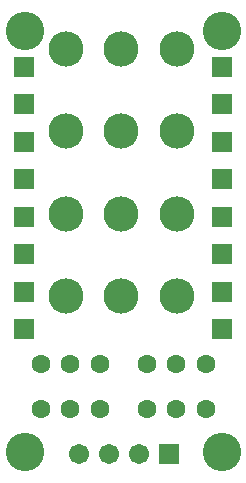
<source format=gbs>
G04*
G04 #@! TF.GenerationSoftware,Altium Limited,Altium Designer,23.0.1 (38)*
G04*
G04 Layer_Color=16711935*
%FSLAX44Y44*%
%MOMM*%
G71*
G04*
G04 #@! TF.SameCoordinates,7A5085C4-4797-47AF-811B-807956FF0137*
G04*
G04*
G04 #@! TF.FilePolarity,Negative*
G04*
G01*
G75*
%ADD13R,1.7032X1.7032*%
%ADD14C,1.6032*%
%ADD15C,3.2512*%
%ADD16C,2.9782*%
%ADD17C,1.7032*%
D13*
X187960Y220980D02*
D03*
Y189230D02*
D03*
X20320Y157480D02*
D03*
Y347980D02*
D03*
X187960D02*
D03*
X20320Y252730D02*
D03*
Y284480D02*
D03*
Y316230D02*
D03*
X187960Y284480D02*
D03*
Y316230D02*
D03*
Y252730D02*
D03*
X20320Y125730D02*
D03*
X187960Y125984D02*
D03*
Y157480D02*
D03*
X20320Y220980D02*
D03*
Y189230D02*
D03*
X143510Y20320D02*
D03*
D14*
X124460Y96520D02*
D03*
X149460D02*
D03*
X174460D02*
D03*
X124460Y58420D02*
D03*
X149460D02*
D03*
X174460D02*
D03*
X34690D02*
D03*
X59690D02*
D03*
X84690D02*
D03*
X34690Y96520D02*
D03*
X59690D02*
D03*
X84690D02*
D03*
D15*
X187960Y378460D02*
D03*
X21590D02*
D03*
X187960Y21590D02*
D03*
X21590D02*
D03*
D16*
X55870Y363220D02*
D03*
X102870D02*
D03*
X149870D02*
D03*
X55870Y293370D02*
D03*
X102870D02*
D03*
X149870D02*
D03*
X55870Y223520D02*
D03*
X102870D02*
D03*
X55870Y153670D02*
D03*
X102870D02*
D03*
X149870D02*
D03*
Y223520D02*
D03*
D17*
X67310Y20320D02*
D03*
X92710D02*
D03*
X118110D02*
D03*
M02*

</source>
